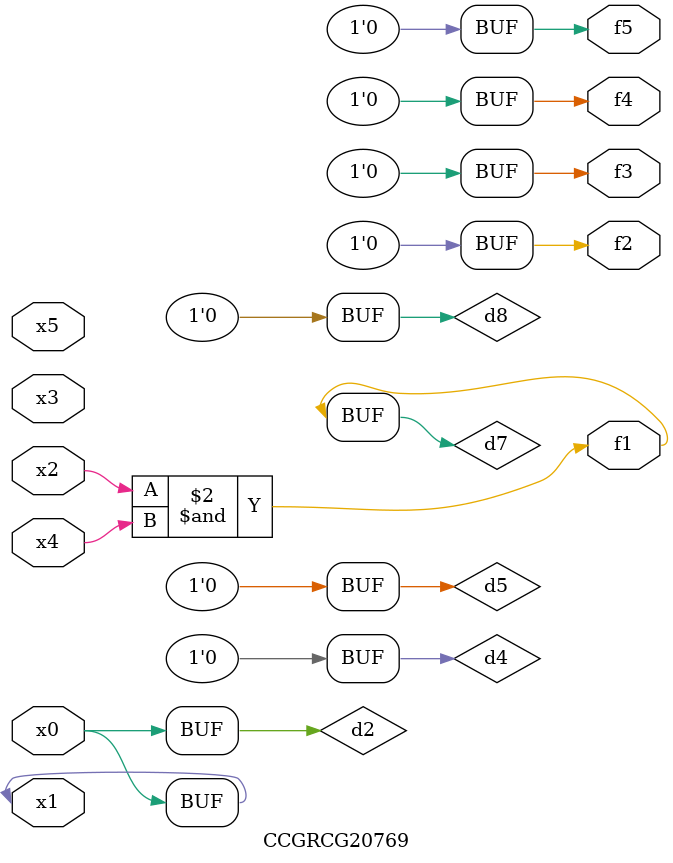
<source format=v>
module CCGRCG20769(
	input x0, x1, x2, x3, x4, x5,
	output f1, f2, f3, f4, f5
);

	wire d1, d2, d3, d4, d5, d6, d7, d8, d9;

	nand (d1, x1);
	buf (d2, x0, x1);
	nand (d3, x2, x4);
	and (d4, d1, d2);
	and (d5, d1, d2);
	nand (d6, d1, d3);
	not (d7, d3);
	xor (d8, d5);
	nor (d9, d5, d6);
	assign f1 = d7;
	assign f2 = d8;
	assign f3 = d8;
	assign f4 = d8;
	assign f5 = d8;
endmodule

</source>
